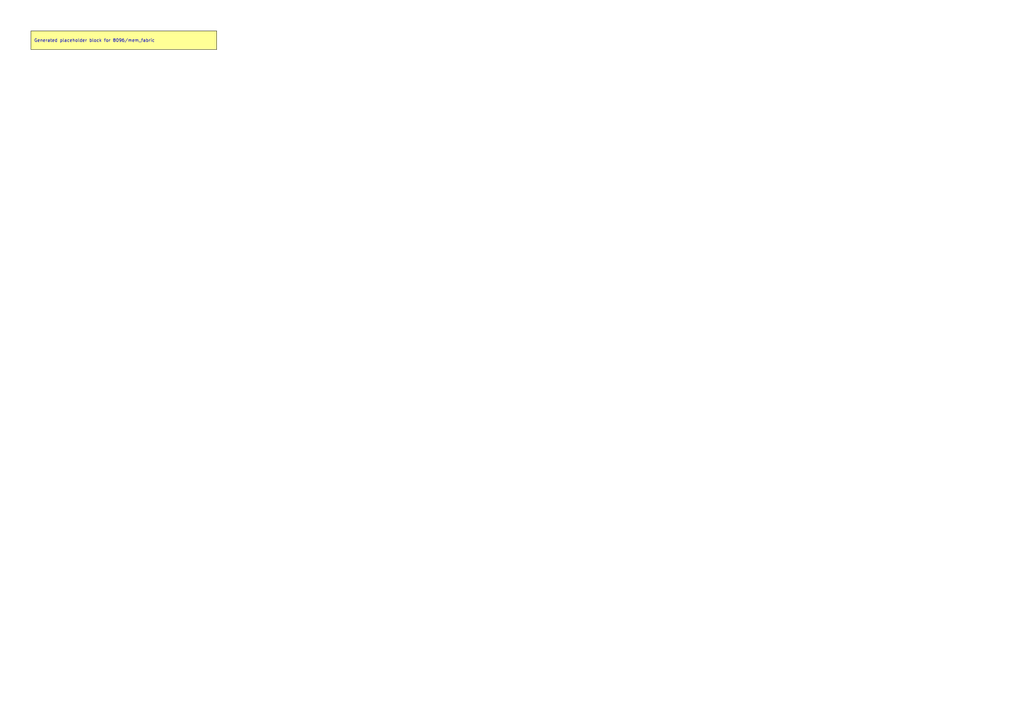
<source format=kicad_sch>
(kicad_sch
	(version 20250114)
	(generator "kicadgen")
	(generator_version "0.1")
	(uuid "41919917-69bf-5503-b039-fa059dedc23b")
	(paper "A3")
	(title_block
		(title "8096::mem_fabric")
		(company "Project Carbon")
		(comment 1 "Generated - do not edit in generated/")
		(comment 2 "Edit in schem/kicad9/manual/ or refine mapping specs")
	)
	(lib_symbols)
	(text_box
		"Generated placeholder block for 8096/mem_fabric"
		(exclude_from_sim no)
		(at
			12.7
			12.7
			0
		)
		(size 76.2 7.62)
		(margins
			1.27
			1.27
			1.27
			1.27
		)
		(stroke
			(width 0)
			(type default)
			(color
				0
				0
				0
				1
			)
		)
		(fill
			(type color)
			(color
				255
				255
				150
				1
			)
		)
		(effects
			(font
				(size 1.27 1.27)
			)
			(justify left)
		)
		(uuid "2abb4925-ffcf-56df-93a8-d19e4da35e16")
	)
	(sheet_instances
		(path
			"/"
			(page "1")
		)
	)
	(embedded_fonts no)
)

</source>
